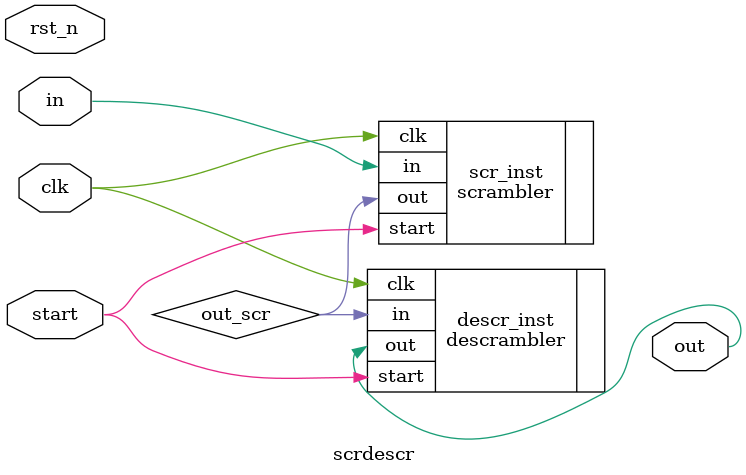
<source format=sv>
module scrdescr(

    input   logic   clk, rst_n, start,
    input   logic   in,
   
    output  logic   out

);

logic out_scr;

scrambler scr_inst (
    
    .clk(clk),
    .start(start),
    .in(in),
    .out(out_scr)

);

descrambler descr_inst (
    
    .clk(clk),
    .start(start),
    .in(out_scr),
    .out(out)

);

endmodule

</source>
